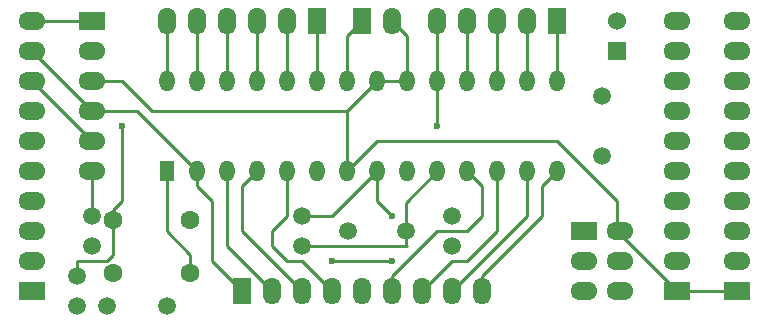
<source format=gbr>
G04 #@! TF.FileFunction,Copper,L1,Top,Signal*
%FSLAX46Y46*%
G04 Gerber Fmt 4.6, Leading zero omitted, Abs format (unit mm)*
G04 Created by KiCad (PCBNEW 4.0.6-e0-6349~53~ubuntu16.04.1) date Mon Apr 24 16:30:31 2017*
%MOMM*%
%LPD*%
G01*
G04 APERTURE LIST*
%ADD10C,0.100000*%
%ADD11R,1.524000X2.286000*%
%ADD12O,1.524000X2.286000*%
%ADD13C,1.500000*%
%ADD14R,2.286000X1.524000*%
%ADD15O,2.286000X1.524000*%
%ADD16R,1.524000X1.524000*%
%ADD17C,1.524000*%
%ADD18R,1.300000X1.778000*%
%ADD19O,1.300000X1.778000*%
%ADD20C,1.600000*%
%ADD21C,0.600000*%
%ADD22C,0.250000*%
G04 APERTURE END LIST*
D10*
D11*
X148590000Y-107950000D03*
D12*
X151130000Y-107950000D03*
D13*
X124460000Y-132080000D03*
X124460000Y-129540000D03*
D14*
X180340000Y-130810000D03*
D15*
X180340000Y-128270000D03*
X180340000Y-125730000D03*
X180340000Y-123190000D03*
X180340000Y-120650000D03*
X180340000Y-118110000D03*
X180340000Y-115570000D03*
X180340000Y-113030000D03*
X180340000Y-110490000D03*
X180340000Y-107950000D03*
D13*
X143510000Y-124460000D03*
X143510000Y-127000000D03*
X156210000Y-127000000D03*
X156210000Y-124460000D03*
X125730000Y-127000000D03*
X125730000Y-124460000D03*
D11*
X144780000Y-107950000D03*
D12*
X142240000Y-107950000D03*
X139700000Y-107950000D03*
X137160000Y-107950000D03*
X134620000Y-107950000D03*
X132080000Y-107950000D03*
D14*
X167386000Y-125730000D03*
D15*
X167386000Y-128270000D03*
X167386000Y-130810000D03*
X170434000Y-125730000D03*
X170434000Y-128270000D03*
X170434000Y-130810000D03*
D14*
X125730000Y-107950000D03*
D15*
X125730000Y-110490000D03*
X125730000Y-113030000D03*
X125730000Y-115570000D03*
X125730000Y-118110000D03*
X125730000Y-120650000D03*
D16*
X170180000Y-110490000D03*
D17*
X170180000Y-107950000D03*
D13*
X132080000Y-132080000D03*
X127000000Y-132080000D03*
X168910000Y-119380000D03*
X168910000Y-114300000D03*
D18*
X132080000Y-120650000D03*
D19*
X134620000Y-120650000D03*
X137160000Y-120650000D03*
X139700000Y-120650000D03*
X142240000Y-120650000D03*
X144780000Y-120650000D03*
X147320000Y-120650000D03*
X149860000Y-120650000D03*
X152400000Y-120650000D03*
X154940000Y-120650000D03*
X157480000Y-120650000D03*
X160020000Y-120650000D03*
X162560000Y-120650000D03*
X165100000Y-120650000D03*
X165100000Y-113030000D03*
X162560000Y-113030000D03*
X160020000Y-113030000D03*
X157480000Y-113030000D03*
X154940000Y-113030000D03*
X152400000Y-113030000D03*
X149860000Y-113030000D03*
X147320000Y-113030000D03*
X144780000Y-113030000D03*
X142240000Y-113030000D03*
X139700000Y-113030000D03*
X137160000Y-113030000D03*
X134620000Y-113030000D03*
X132080000Y-113030000D03*
D13*
X147419060Y-125730000D03*
X152300940Y-125730000D03*
D11*
X165100000Y-107950000D03*
D12*
X162560000Y-107950000D03*
X160020000Y-107950000D03*
X157480000Y-107950000D03*
X154940000Y-107950000D03*
D11*
X138430000Y-130810000D03*
D12*
X140970000Y-130810000D03*
X143510000Y-130810000D03*
X146050000Y-130810000D03*
X148590000Y-130810000D03*
X151130000Y-130810000D03*
X153670000Y-130810000D03*
X156210000Y-130810000D03*
X158750000Y-130810000D03*
D14*
X120650000Y-130810000D03*
D15*
X120650000Y-128270000D03*
X120650000Y-125730000D03*
X120650000Y-123190000D03*
X120650000Y-120650000D03*
X120650000Y-118110000D03*
X120650000Y-115570000D03*
X120650000Y-113030000D03*
X120650000Y-110490000D03*
X120650000Y-107950000D03*
D14*
X175260000Y-130810000D03*
D15*
X175260000Y-128270000D03*
X175260000Y-125730000D03*
X175260000Y-123190000D03*
X175260000Y-120650000D03*
X175260000Y-118110000D03*
X175260000Y-115570000D03*
X175260000Y-113030000D03*
X175260000Y-110490000D03*
X175260000Y-107950000D03*
D20*
X127560000Y-129250000D03*
X134060000Y-129250000D03*
X134060000Y-124750000D03*
X127560000Y-124750000D03*
D21*
X128270000Y-116840000D03*
X151130000Y-124460000D03*
X151130000Y-128270000D03*
X146050000Y-128270000D03*
X154940000Y-116840000D03*
D22*
X127560000Y-124750000D02*
X127560000Y-127710000D01*
X124460000Y-128270000D02*
X124460000Y-129540000D01*
X127000000Y-128270000D02*
X124460000Y-128270000D01*
X127560000Y-127710000D02*
X127000000Y-128270000D01*
X147320000Y-113030000D02*
X147320000Y-109220000D01*
X147320000Y-109220000D02*
X148590000Y-107950000D01*
X127560000Y-124750000D02*
X127560000Y-123900000D01*
X128270000Y-123190000D02*
X128270000Y-116840000D01*
X127560000Y-123900000D02*
X128270000Y-123190000D01*
X120650000Y-107950000D02*
X125730000Y-107950000D01*
X149860000Y-120650000D02*
X149860000Y-123190000D01*
X149860000Y-123190000D02*
X151130000Y-124460000D01*
X143510000Y-124460000D02*
X146050000Y-124460000D01*
X146050000Y-124460000D02*
X149860000Y-120650000D01*
X152300940Y-125730000D02*
X152300940Y-123289060D01*
X152300940Y-123289060D02*
X154940000Y-120650000D01*
X143510000Y-127000000D02*
X152400000Y-127000000D01*
X152300940Y-123289060D02*
X154940000Y-120650000D01*
X152300940Y-126900940D02*
X152300940Y-123289060D01*
X152400000Y-127000000D02*
X152300940Y-126900940D01*
X146050000Y-128270000D02*
X151130000Y-128270000D01*
X134060000Y-129250000D02*
X134060000Y-127710000D01*
X132080000Y-125730000D02*
X132080000Y-120650000D01*
X134060000Y-127710000D02*
X132080000Y-125730000D01*
X131790000Y-120940000D02*
X132080000Y-120650000D01*
X125730000Y-124460000D02*
X125730000Y-120650000D01*
X175260000Y-130810000D02*
X180340000Y-130810000D01*
X170180000Y-125730000D02*
X172720000Y-128270000D01*
X172720000Y-128270000D02*
X175260000Y-130810000D01*
X147320000Y-120650000D02*
X149860000Y-118110000D01*
X170180000Y-123190000D02*
X170180000Y-125730000D01*
X165100000Y-118110000D02*
X170180000Y-123190000D01*
X149860000Y-118110000D02*
X165100000Y-118110000D01*
X152400000Y-113030000D02*
X152400000Y-109220000D01*
X152400000Y-109220000D02*
X151130000Y-107950000D01*
X147320000Y-115570000D02*
X130810000Y-115570000D01*
X128270000Y-113030000D02*
X125730000Y-113030000D01*
X130810000Y-115570000D02*
X128270000Y-113030000D01*
X147320000Y-120650000D02*
X147320000Y-115570000D01*
X147320000Y-115570000D02*
X149860000Y-113030000D01*
X149860000Y-113030000D02*
X152400000Y-113030000D01*
X134620000Y-120650000D02*
X134620000Y-121920000D01*
X135890000Y-128270000D02*
X138430000Y-130810000D01*
X135890000Y-123190000D02*
X135890000Y-128270000D01*
X134620000Y-121920000D02*
X135890000Y-123190000D01*
X125730000Y-115570000D02*
X120650000Y-110490000D01*
X125730000Y-115570000D02*
X129540000Y-115570000D01*
X129540000Y-115570000D02*
X134620000Y-120650000D01*
X125730000Y-118110000D02*
X120650000Y-113030000D01*
X137160000Y-120650000D02*
X137160000Y-127000000D01*
X137160000Y-127000000D02*
X140970000Y-130810000D01*
X143510000Y-130810000D02*
X138430000Y-125730000D01*
X138430000Y-121920000D02*
X139700000Y-120650000D01*
X138430000Y-125730000D02*
X138430000Y-121920000D01*
X142240000Y-120650000D02*
X142240000Y-124460000D01*
X143510000Y-128270000D02*
X146050000Y-130810000D01*
X142240000Y-128270000D02*
X143510000Y-128270000D01*
X140970000Y-127000000D02*
X142240000Y-128270000D01*
X140970000Y-125730000D02*
X140970000Y-127000000D01*
X142240000Y-124460000D02*
X140970000Y-125730000D01*
X151130000Y-130810000D02*
X151130000Y-129540000D01*
X158750000Y-121920000D02*
X157480000Y-120650000D01*
X158750000Y-124460000D02*
X158750000Y-121920000D01*
X157480000Y-125730000D02*
X158750000Y-124460000D01*
X154940000Y-125730000D02*
X157480000Y-125730000D01*
X151130000Y-129540000D02*
X154940000Y-125730000D01*
X153670000Y-130810000D02*
X156210000Y-128270000D01*
X160020000Y-125730000D02*
X160020000Y-120650000D01*
X157480000Y-128270000D02*
X160020000Y-125730000D01*
X156210000Y-128270000D02*
X157480000Y-128270000D01*
X156210000Y-130810000D02*
X161290000Y-125730000D01*
X162560000Y-121920000D02*
X162560000Y-120650000D01*
X162560000Y-124460000D02*
X162560000Y-121920000D01*
X161290000Y-125730000D02*
X162560000Y-124460000D01*
X158750000Y-130810000D02*
X158750000Y-129540000D01*
X163830000Y-121920000D02*
X165100000Y-120650000D01*
X163830000Y-124460000D02*
X163830000Y-121920000D01*
X158750000Y-129540000D02*
X163830000Y-124460000D01*
X160020000Y-113030000D02*
X160020000Y-107950000D01*
X157480000Y-113030000D02*
X157480000Y-107950000D01*
X154940000Y-113030000D02*
X154940000Y-116840000D01*
X154940000Y-113030000D02*
X154940000Y-107950000D01*
X144780000Y-107950000D02*
X144780000Y-113030000D01*
X142240000Y-113030000D02*
X142240000Y-107950000D01*
X139700000Y-113030000D02*
X139700000Y-107950000D01*
X137160000Y-113030000D02*
X137160000Y-107950000D01*
X134620000Y-113030000D02*
X134620000Y-107950000D01*
X132080000Y-113030000D02*
X132080000Y-107950000D01*
X165100000Y-113030000D02*
X165100000Y-107950000D01*
X162560000Y-113030000D02*
X162560000Y-107950000D01*
M02*

</source>
